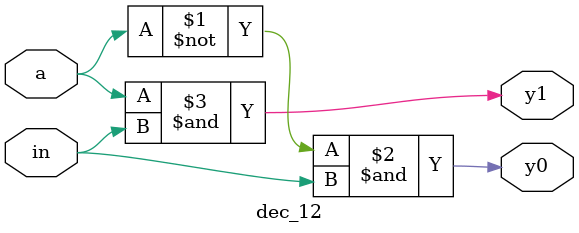
<source format=v>
`timescale 1ns / 1ps
module dec_12(a,in,y0,y1);
input a,in;
output y0,y1;
assign y0 = (~a) & in;
assign y1 = a & in;
endmodule

</source>
